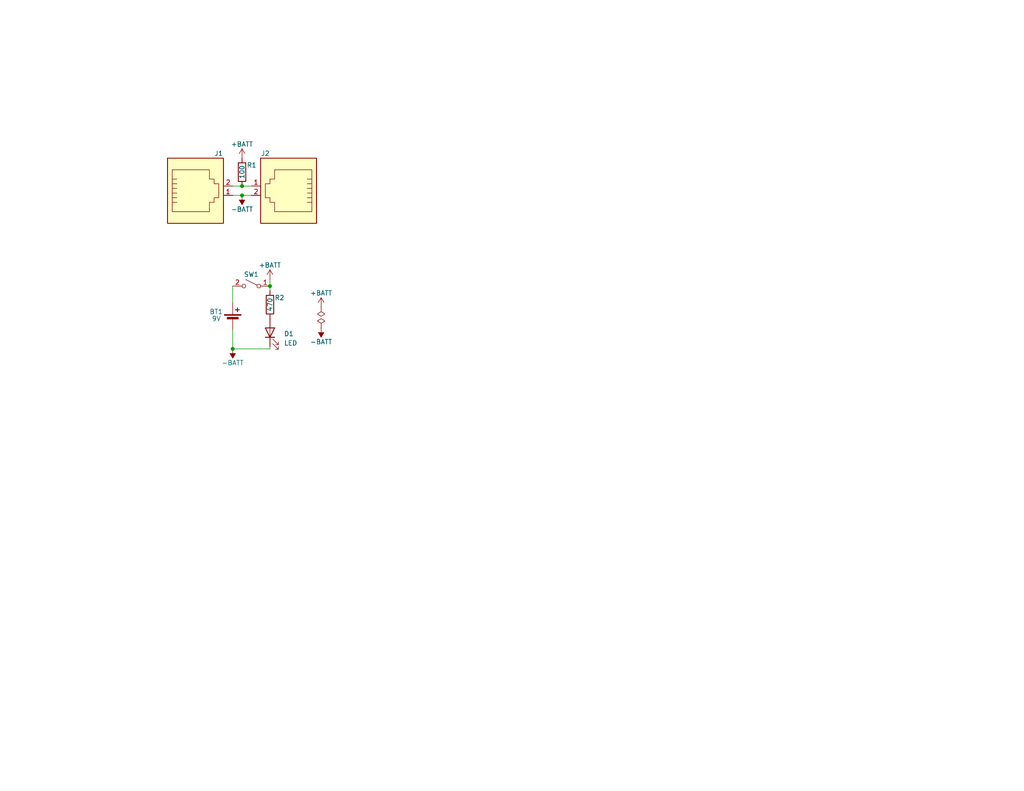
<source format=kicad_sch>
(kicad_sch (version 20230121) (generator eeschema)
  (paper "USLetter")
  (title_block (title "Line Simulator") (date "2023-09-21") (rev "1.0") (company "Mechanical & Electrical Industry Research Labs"))
  (lib_symbols
    (symbol "Connector:RJ11" (pin_names (offset 1.016))
      (property "Reference" "J" (at -5.08 11.43 0))
      (property "Value" "RJ11" (at 2.54 11.43 0))
      (symbol "RJ11_0_1"
        (polyline (pts (xy -6.35 -1.905) (xy -5.08 -1.905) (xy -5.08 -1.905)))
        (polyline (pts (xy -6.35 -0.635) (xy -5.08 -0.635) (xy -5.08 -0.635)))
        (polyline (pts (xy -6.35 0.635) (xy -5.08 0.635) (xy -5.08 0.635)))
        (polyline (pts (xy -6.35 1.905) (xy -5.08 1.905) (xy -5.08 1.905)))
        (polyline (pts (xy -6.35 3.175) (xy -5.08 3.175) (xy -5.08 3.175)))
        (polyline (pts (xy -5.08 4.445) (xy -6.35 4.445) (xy -6.35 4.445)))
        (polyline (pts (xy -6.35 -4.445) (xy -6.35 6.985) (xy 3.81 6.985) (xy 3.81 4.445) (xy 5.08 4.445) (xy 5.08 3.175) (xy 6.35 3.175) (xy 6.35 -0.635) (xy 5.08 -0.635) (xy 5.08 -1.905) (xy 3.81 -1.905) (xy 3.81 -4.445) (xy -6.35 -4.445) (xy -6.35 -4.445)))
        (rectangle (start 7.62 10.16) (end -7.62 -7.62) (stroke (width 0.254)) (fill (type background)))
      )
      (symbol "RJ11_1_1"
        (pin passive line (at 10.16 0 180) (length 2.54) (name "~") (number "1"))
        (pin passive line (at 10.16 2.54 180) (length 2.54) (name "~") (number "2"))
      )
    )
    (symbol "Device:Battery_Cell" (pin_numbers hide) (pin_names (offset 0) hide)
      (property "Reference" "BT" (at 2.54 2.54 0))
      (property "Value" "Battery_Cell" (at 2.54 0 0))
      (symbol "Battery_Cell_0_1"
        (rectangle (start -2.286 1.778) (end 2.286 1.524) (fill (type outline)))
        (rectangle (start -1.524 1.016) (end 1.524 0.508) (fill (type outline)))
        (polyline (pts (xy 0 0.762) (xy 0 0)))
        (polyline (pts (xy 0 1.778) (xy 0 2.54)))
        (polyline (pts (xy 0.762 3.048) (xy 1.778 3.048)) (stroke (width 0.254)))
        (polyline (pts (xy 1.27 3.556) (xy 1.27 2.54)) (stroke (width 0.254)))
      )
      (symbol "Battery_Cell_1_1"
        (pin passive line (at 0 5.08 270) (length 2.54) (name "+") (number "1"))
        (pin passive line (at 0 -2.54 90) (length 2.54) (name "-") (number "2"))
      )
    )
    (symbol "Device:LED" (pin_numbers hide) (pin_names (offset 1.016) hide)
      (property "Reference" "D" (at 0 2.54 0))
      (property "Value" "LED" (at 0 -2.54 0))
      (symbol "LED_0_1"
        (polyline (pts (xy -1.27 -1.27) (xy -1.27 1.27)) (stroke (width 0.254)))
        (polyline (pts (xy -1.27 0) (xy 1.27 0)))
        (polyline (pts (xy 1.27 -1.27) (xy 1.27 1.27) (xy -1.27 0) (xy 1.27 -1.27)) (stroke (width 0.254)))
        (polyline (pts (xy -3.048 -0.762) (xy -4.572 -2.286) (xy -3.81 -2.286) (xy -4.572 -2.286) (xy -4.572 -1.524)))
        (polyline (pts (xy -1.778 -0.762) (xy -3.302 -2.286) (xy -2.54 -2.286) (xy -3.302 -2.286) (xy -3.302 -1.524)))
      )
      (symbol "LED_1_1"
        (pin passive line (at -3.81 0 0) (length 2.54) (name "K") (number "1"))
        (pin passive line (at 3.81 0 180) (length 2.54) (name "A") (number "2"))
      )
    )
    (symbol "Device:R" (pin_numbers hide) (pin_names (offset 0))
      (property "Reference" "R" (at 2.032 0 90))
      (property "Value" "R" (at 0 0 90))
      (symbol "R_0_1"
        (rectangle (start -1.016 -2.54) (end 1.016 2.54) (stroke (width 0.254)))
      )
      (symbol "R_1_1"
        (pin passive line (at 0 3.81 270) (length 1.27) (name "~") (number "1"))
        (pin passive line (at 0 -3.81 90) (length 1.27) (name "~") (number "2"))
      )
    )
    (symbol "Switch:SW_SPST" (pin_names (offset 0) hide)
      (property "Reference" "SW" (at 0 3.175 0))
      (property "Value" "SW_SPST" (at 0 -2.54 0))
      (symbol "SW_SPST_0_0"
        (circle (center -2.032 0) (radius 0.508))
        (polyline (pts (xy -1.524 0.254) (xy 1.524 1.778)))
        (circle (center 2.032 0) (radius 0.508))
      )
      (symbol "SW_SPST_1_1"
        (pin passive line (at -5.08 0 0) (length 2.54) (name "A") (number "1"))
        (pin passive line (at 5.08 0 180) (length 2.54) (name "B") (number "2"))
      )
    )
    (symbol "power:+BATT" (power) (pin_names (offset 0))
      (property "Value" "+BATT" (at 0 3.556 0))
      (symbol "+BATT_0_1"
        (polyline (pts (xy -0.762 1.27) (xy 0 2.54)))
        (polyline (pts (xy 0 0) (xy 0 2.54)))
        (polyline (pts (xy 0 2.54) (xy 0.762 1.27)))
      )
      (symbol "+BATT_1_1"
        (pin power_in line (at 0 0 90) (length 0) hide (name "+BATT") (number "1"))
      )
    )
    (symbol "power:-BATT" (power) (pin_names (offset 0))
      (property "Value" "-BATT" (at 0 3.556 0))
      (symbol "-BATT_0_1"
        (polyline (pts (xy 0 0) (xy 0 2.54)))
        (polyline (pts (xy 0.762 1.27) (xy -0.762 1.27) (xy 0 2.54) (xy 0.762 1.27)) (fill (type outline)))
      )
      (symbol "-BATT_1_1"
        (pin power_in line (at 0 0 90) (length 0) hide (name "-BATT") (number "1"))
      )
    )
    (symbol "power:PWR_FLAG" (power) (pin_numbers hide) (pin_names (offset 0) hide)
      (property "Value" "PWR_FLAG" (at 0 3.81 0))
      (symbol "PWR_FLAG_0_0"
        (pin power_out line (at 0 0 90) (length 0) (name "pwr") (number "1"))
      )
      (symbol "PWR_FLAG_0_1"
        (polyline (pts (xy 0 0) (xy 0 1.27) (xy -1.016 1.905) (xy 0 2.54) (xy 1.016 1.905) (xy 0 1.27)))
      )
    )
  )
  (junction (at 66.04 50.8))
  (junction (at 66.04 53.34))
  (junction (at 73.66 78.105))
  (junction (at 63.5 95.25))
  (wire (pts (xy 63.5 95.25) (xy 63.5 90.17)))
  (wire (pts (xy 66.04 50.8) (xy 68.58 50.8)))
  (wire (pts (xy 63.5 78.105) (xy 63.5 82.55)))
  (wire (pts (xy 63.5 95.25) (xy 73.66 95.25)))
  (wire (pts (xy 73.66 78.105) (xy 73.66 79.375)))
  (wire (pts (xy 63.5 50.8) (xy 66.04 50.8)))
  (wire (pts (xy 63.5 53.34) (xy 66.04 53.34)))
  (wire (pts (xy 66.04 53.34) (xy 68.58 53.34)))
  (wire (pts (xy 73.66 76.2) (xy 73.66 78.105)))
  (wire (pts (xy 73.66 94.615) (xy 73.66 95.25)))
  (symbol (lib_id "Device:LED") (at 73.66 90.805 90) (unit 1)
    (property "Reference" "D1" (at 77.47 91.1225 90) (effects (justify right)))
    (property "Value" "LED" (at 77.47 93.6625 90) (effects (justify right)))
    (property "Footprint" "LED_THT:LED_D5.0mm" (effects hide))
    (property "DIGIKEY" "754-1264-ND" (effects hide))
  )
  (symbol (lib_id "power:+BATT") (at 87.63 83.82 0) (unit 1)
    (property "Reference" "#PWR05" (effects hide))
    (property "Value" "+BATT" (at 87.63 80.01 0))
  )
  (symbol (lib_id "power:PWR_FLAG") (at 87.63 89.535 0) (unit 1)
    (property "Reference" "#FLG02" (effects hide))
    (property "Value" "PWR_FLAG" (effects hide))
  )
  (symbol (lib_id "Device:Battery_Cell") (at 63.5 87.63 0) (unit 1)
    (property "Reference" "BT1" (at 57.15 85.09 0) (effects (justify left)))
    (property "Value" "9V" (at 57.785 86.995 0) (effects (justify left)))
    (property "Footprint" "LineSim:BAT_BH9VPC" (effects hide))
    (property "DIGIKEY" "BH9V-PC-ND" (effects hide))
  )
  (symbol (lib_id "power:+BATT") (at 66.04 43.18 0) (unit 1)
    (property "Reference" "#PWR01" (effects hide))
    (property "Value" "+BATT" (at 66.04 39.37 0))
  )
  (symbol (lib_id "Switch:SW_SPST") (at 68.58 78.105 0) (mirror y) (unit 1)
    (property "Reference" "SW1" (at 68.58 74.93 0))
    (property "Value" "SW_SPST" (effects hide))
    (property "Footprint" "LineSim:SW_GF-123-0054" (effects hide))
    (property "DIGIKEY" "CWI333-ND" (effects hide))
  )
  (symbol (lib_id "Connector:RJ11") (at 78.74 50.8 180) (unit 1)
    (property "Reference" "J2" (at 72.39 41.91 0))
    (property "Value" "RJ11" (effects hide))
    (property "Footprint" "LineSim:RJ11" (effects hide))
    (property "DIGIKEY" "609-5080-ND" (effects hide))
  )
  (symbol (lib_id "power:+BATT") (at 73.66 76.2 0) (unit 1)
    (property "Reference" "#PWR03" (effects hide))
    (property "Value" "+BATT" (at 73.66 72.39 0))
  )
  (symbol (lib_id "Device:R") (at 73.66 83.185 0) (unit 1)
    (property "Reference" "R2" (at 74.93 81.28 0) (effects (justify left)))
    (property "Value" "470" (at 73.66 85.09 90) (effects (justify left)))
    (property "Footprint" "Resistor_THT:R_Axial_DIN0207_L6.3mm_D2.5mm_P7.62mm_Horizontal" (effects hide))
    (property "DIGIKEY" "CF14JT470RCT-ND" (effects hide))
  )
  (symbol (lib_id "power:-BATT") (at 63.5 95.25 180) (unit 1)
    (property "Reference" "#PWR04" (effects hide))
    (property "Value" "-BATT" (at 63.5 99.06 0))
  )
  (symbol (lib_id "Device:R") (at 66.04 46.99 0) (unit 1)
    (property "Reference" "R1" (at 67.31 45.085 0) (effects (justify left)))
    (property "Value" "100" (at 66.04 48.895 90) (effects (justify left)))
    (property "Footprint" "Resistor_THT:R_Axial_DIN0207_L6.3mm_D2.5mm_P7.62mm_Horizontal" (effects hide))
    (property "DIGIKEY" "CF14JT100RCT-ND" (effects hide))
  )
  (symbol (lib_id "power:PWR_FLAG") (at 87.63 83.82 180) (unit 1)
    (property "Reference" "#FLG01" (effects hide))
    (property "Value" "PWR_FLAG" (effects hide))
  )
  (symbol (lib_id "power:-BATT") (at 66.04 53.34 180) (unit 1)
    (property "Reference" "#PWR02" (effects hide))
    (property "Value" "-BATT" (at 66.04 57.15 0))
  )
  (symbol (lib_id "Connector:RJ11") (at 53.34 53.34 0) (unit 1)
    (property "Reference" "J1" (at 59.69 41.91 0))
    (property "Value" "RJ11" (effects hide))
    (property "Footprint" "LineSim:RJ11" (effects hide))
    (property "DIGIKEY" "609-5080-ND" (effects hide))
  )
  (symbol (lib_id "power:-BATT") (at 87.63 89.535 180) (unit 1)
    (property "Reference" "#PWR06" (effects hide))
    (property "Value" "-BATT" (at 87.63 93.345 0))
  )
)
</source>
